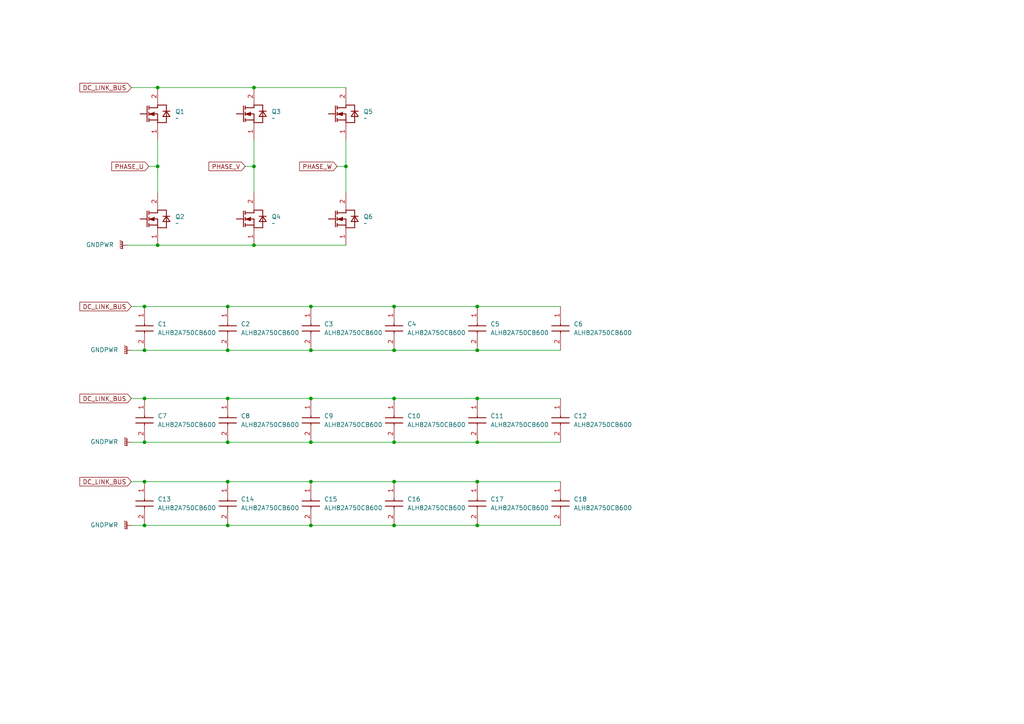
<source format=kicad_sch>
(kicad_sch (version 20250114) (generator "eeschema") (generator_version "9.0")
  (paper "A4")
  (lib_symbols
    (symbol "InverterCom:ALH82A750CB600" (pin_names (hide yes))
      (property "Reference" "C" (at 8.89 6.35 0))
      (property "Value" "ALH82A750CB600" (at 8.89 3.81 0))
      (symbol "ALH82A750CB600_1_1"
        (polyline (pts (xy 5.08 0) (xy 5.588 0)) (stroke (width 0.254)))
        (polyline (pts (xy 5.588 2.54) (xy 5.588 -2.54)) (stroke (width 0.254)))
        (polyline (pts (xy 7.112 2.54) (xy 7.112 -2.54)) (stroke (width 0.254)))
        (polyline (pts (xy 7.112 0) (xy 7.62 0)) (stroke (width 0.254)))
        (pin passive line (at 0 0 0) (length 5.08) (name "1") (number "1"))
        (pin passive line (at 12.7 0 180) (length 5.08) (name "2") (number "2"))
      )
    )
    (symbol "InverterCom:CM600HA-24H_Power"
      (property "Reference" "Q" (at 5.08 6.35 0))
      (symbol "CM600HA-24H_Power_1_0"
        (polyline (pts (xy -5.08 0) (xy -3.048 0)) (stroke (width 0.254)))
        (polyline (pts (xy -3.048 2.286) (xy -3.048 -2.286)) (stroke (width 0.254)))
        (polyline (pts (xy -2.54 2.286) (xy -2.54 1.27)) (stroke (width 0.254)))
        (polyline (pts (xy -2.54 0) (xy -1.016 -0.508) (xy -1.016 0.508)) (stroke (width 0.254)) (fill (type outline)))
        (polyline (pts (xy -2.54 -0.508) (xy -2.54 0.508)) (stroke (width 0.254)))
        (polyline (pts (xy -2.54 -2.286) (xy -2.54 -1.27)) (stroke (width 0.254)))
        (polyline (pts (xy 0 2.54) (xy 2.54 2.54)) (stroke (width 0.254)))
        (polyline (pts (xy 0 1.778) (xy -2.54 1.778)) (stroke (width 0.254)))
        (polyline (pts (xy 0 1.778) (xy 0 2.54)) (stroke (width 0.254)))
        (polyline (pts (xy 0 0) (xy -2.54 0)) (stroke (width 0.254)))
        (polyline (pts (xy 0 0) (xy 0 -2.54)) (stroke (width 0.254)))
        (polyline (pts (xy 0 -1.778) (xy -2.54 -1.778)) (stroke (width 0.254)))
        (polyline (pts (xy 0 -2.54) (xy 2.54 -2.54)) (stroke (width 0.254)))
        (polyline (pts (xy 1.524 0.762) (xy 3.556 0.762)) (stroke (width 0.254)))
        (polyline (pts (xy 1.524 -0.762) (xy 3.556 -0.762)) (stroke (width 0.254)))
        (polyline (pts (xy 2.54 2.54) (xy 2.54 -2.54)) (stroke (width 0.254)))
        (polyline (pts (xy 2.54 0.762) (xy 1.524 -0.762)) (stroke (width 0.254)))
        (polyline (pts (xy 3.556 -0.762) (xy 2.54 0.762)) (stroke (width 0.254)))
        (pin power_in line (at 0 7.62 270) (length 5.08) (name "DRAIN") (number "2"))
        (pin power_out line (at 0 -7.62 90) (length 5.08) (name "POWER_SOURCE_5") (number "1"))
      )
    )
    (symbol "power:GNDPWR" (power) (pin_numbers (hide yes)) (pin_names (offset 0) (hide yes))
      (property "Value" "GNDPWR" (at 0 -3.302 0))
      (symbol "GNDPWR_0_1"
        (polyline (pts (xy -1.016 -1.27) (xy -1.27 -2.032) (xy -1.27 -2.032)) (stroke (width 0.2032)))
        (polyline (pts (xy -0.508 -1.27) (xy -0.762 -2.032) (xy -0.762 -2.032)) (stroke (width 0.2032)))
        (polyline (pts (xy 0 -1.27) (xy 0 0)))
        (polyline (pts (xy 0 -1.27) (xy -0.254 -2.032) (xy -0.254 -2.032)) (stroke (width 0.2032)))
        (polyline (pts (xy 0.508 -1.27) (xy 0.254 -2.032) (xy 0.254 -2.032)) (stroke (width 0.2032)))
        (polyline (pts (xy 1.016 -1.27) (xy -1.016 -1.27) (xy -1.016 -1.27)) (stroke (width 0.2032)))
        (polyline (pts (xy 1.016 -1.27) (xy 0.762 -2.032) (xy 0.762 -2.032) (xy 0.762 -2.032)) (stroke (width 0.2032)))
      )
      (symbol "GNDPWR_1_1"
        (pin power_in line (at 0 0 270) (length 0) (name "~") (number "1"))
      )
    )
  )
  (junction (at 41.91 128.27))
  (junction (at 138.43 115.57))
  (junction (at 73.66 25.4))
  (junction (at 114.3 88.9))
  (junction (at 90.17 88.9))
  (junction (at 45.72 48.26))
  (junction (at 114.3 139.7))
  (junction (at 138.43 152.4))
  (junction (at 66.04 128.27))
  (junction (at 90.17 128.27))
  (junction (at 41.91 152.4))
  (junction (at 90.17 101.6))
  (junction (at 66.04 139.7))
  (junction (at 41.91 101.6))
  (junction (at 41.91 115.57))
  (junction (at 138.43 128.27))
  (junction (at 114.3 128.27))
  (junction (at 66.04 152.4))
  (junction (at 41.91 88.9))
  (junction (at 66.04 88.9))
  (junction (at 45.72 25.4))
  (junction (at 90.17 115.57))
  (junction (at 114.3 101.6))
  (junction (at 90.17 152.4))
  (junction (at 138.43 101.6))
  (junction (at 41.91 139.7))
  (junction (at 90.17 139.7))
  (junction (at 73.66 71.12))
  (junction (at 66.04 115.57))
  (junction (at 66.04 101.6))
  (junction (at 73.66 48.26))
  (junction (at 45.72 71.12))
  (junction (at 138.43 88.9))
  (junction (at 100.33 48.26))
  (junction (at 114.3 115.57))
  (junction (at 138.43 139.7))
  (junction (at 114.3 152.4))
  (wire (pts (xy 66.04 115.57) (xy 90.17 115.57)))
  (wire (pts (xy 114.3 88.9) (xy 138.43 88.9)))
  (wire (pts (xy 45.72 71.12) (xy 73.66 71.12)))
  (wire (pts (xy 114.3 152.4) (xy 138.43 152.4)))
  (wire (pts (xy 38.1 25.4) (xy 45.72 25.4)))
  (wire (pts (xy 41.91 152.4) (xy 66.04 152.4)))
  (wire (pts (xy 41.91 101.6) (xy 66.04 101.6)))
  (wire (pts (xy 41.91 139.7) (xy 66.04 139.7)))
  (wire (pts (xy 38.1 88.9) (xy 41.91 88.9)))
  (wire (pts (xy 66.04 128.27) (xy 90.17 128.27)))
  (wire (pts (xy 45.72 48.26) (xy 45.72 55.88)))
  (wire (pts (xy 41.91 88.9) (xy 66.04 88.9)))
  (wire (pts (xy 114.3 139.7) (xy 138.43 139.7)))
  (wire (pts (xy 45.72 40.64) (xy 45.72 48.26)))
  (wire (pts (xy 73.66 40.64) (xy 73.66 48.26)))
  (wire (pts (xy 90.17 101.6) (xy 114.3 101.6)))
  (wire (pts (xy 97.79 48.26) (xy 100.33 48.26)))
  (wire (pts (xy 71.12 48.26) (xy 73.66 48.26)))
  (wire (pts (xy 41.91 128.27) (xy 66.04 128.27)))
  (wire (pts (xy 114.3 115.57) (xy 138.43 115.57)))
  (wire (pts (xy 41.91 115.57) (xy 66.04 115.57)))
  (wire (pts (xy 66.04 139.7) (xy 90.17 139.7)))
  (wire (pts (xy 90.17 152.4) (xy 114.3 152.4)))
  (wire (pts (xy 100.33 40.64) (xy 100.33 48.26)))
  (wire (pts (xy 114.3 101.6) (xy 138.43 101.6)))
  (wire (pts (xy 138.43 88.9) (xy 162.56 88.9)))
  (wire (pts (xy 45.72 25.4) (xy 73.66 25.4)))
  (wire (pts (xy 38.1 139.7) (xy 41.91 139.7)))
  (wire (pts (xy 38.1 115.57) (xy 41.91 115.57)))
  (wire (pts (xy 66.04 101.6) (xy 90.17 101.6)))
  (wire (pts (xy 38.1 101.6) (xy 41.91 101.6)))
  (wire (pts (xy 114.3 128.27) (xy 138.43 128.27)))
  (wire (pts (xy 138.43 128.27) (xy 162.56 128.27)))
  (wire (pts (xy 73.66 71.12) (xy 100.33 71.12)))
  (wire (pts (xy 138.43 101.6) (xy 162.56 101.6)))
  (wire (pts (xy 138.43 139.7) (xy 162.56 139.7)))
  (wire (pts (xy 138.43 115.57) (xy 162.56 115.57)))
  (wire (pts (xy 43.18 48.26) (xy 45.72 48.26)))
  (wire (pts (xy 73.66 48.26) (xy 73.66 55.88)))
  (wire (pts (xy 66.04 152.4) (xy 90.17 152.4)))
  (wire (pts (xy 138.43 152.4) (xy 162.56 152.4)))
  (wire (pts (xy 66.04 88.9) (xy 90.17 88.9)))
  (wire (pts (xy 38.1 128.27) (xy 41.91 128.27)))
  (wire (pts (xy 36.83 71.12) (xy 45.72 71.12)))
  (wire (pts (xy 73.66 25.4) (xy 100.33 25.4)))
  (wire (pts (xy 90.17 128.27) (xy 114.3 128.27)))
  (wire (pts (xy 90.17 139.7) (xy 114.3 139.7)))
  (wire (pts (xy 90.17 115.57) (xy 114.3 115.57)))
  (wire (pts (xy 100.33 48.26) (xy 100.33 55.88)))
  (wire (pts (xy 90.17 88.9) (xy 114.3 88.9)))
  (wire (pts (xy 38.1 152.4) (xy 41.91 152.4)))
  (global_label "DC_LINK_BUS" (shape input) (at 38.1 115.57 180) (property "Intersheetrefs" "${INTERSHEET_REFS}" (effects (hide yes))))
  (global_label "DC_LINK_BUS" (shape input) (at 38.1 139.7 180) (property "Intersheetrefs" "${INTERSHEET_REFS}" (effects (hide yes))))
  (global_label "PHASE_U" (shape input) (at 43.18 48.26 180) (property "Intersheetrefs" "${INTERSHEET_REFS}" (effects (hide yes))))
  (global_label "DC_LINK_BUS" (shape input) (at 38.1 88.9 180) (property "Intersheetrefs" "${INTERSHEET_REFS}" (effects (hide yes))))
  (global_label "PHASE_V" (shape input) (at 71.12 48.26 180) (property "Intersheetrefs" "${INTERSHEET_REFS}" (effects (hide yes))))
  (global_label "PHASE_W" (shape input) (at 97.79 48.26 180) (property "Intersheetrefs" "${INTERSHEET_REFS}" (effects (hide yes))))
  (global_label "DC_LINK_BUS" (shape input) (at 38.1 25.4 180) (property "Intersheetrefs" "${INTERSHEET_REFS}" (effects (hide yes))))
  (symbol (lib_id "InverterCom:ALH82A750CB600") (at 90.17 139.7 270) (unit 1)
    (property "Reference" "C15" (at 93.98 144.7799 90) (effects (justify left)))
    (property "Value" "ALH82A750CB600" (at 93.98 147.3199 90) (effects (justify left)))
    (property "Footprint" "InverterCom:ALH82A750CB600" (effects (hide yes)))
    (property "Datasheet" "https://search.kemet.com/component-documentation/download/specsheet/ALH82A750CB600" (effects (hide yes)))
    (property "Description" "75 F 600 V Aluminum Electrolytic Capacitors Radial, Can - Snap-In 1.861Ohm @ 100Hz 3000 Hrs @ 105C" (effects (hide yes)))
    (property "Height" "32" (effects (hide yes)))
    (property "Mouser Part Number" "80-ALH82A750CB600" (effects (hide yes)))
    (property "Mouser Price/Stock" "https://www.mouser.co.uk/ProductDetail/KEMET/ALH82A750CB600?qs=IPgv5n7u5QYD2qLIrnuv%2FQ%3D%3D" (effects (hide yes)))
    (property "Manufacturer_Name" "KEMET" (effects (hide yes)))
    (property "Manufacturer_Part_Number" "ALH82A750CB600" (effects (hide yes)))
  )
  (symbol (lib_id "InverterCom:ALH82A750CB600") (at 114.3 88.9 270) (unit 1)
    (property "Reference" "C4" (at 118.11 93.9799 90) (effects (justify left)))
    (property "Value" "ALH82A750CB600" (at 118.11 96.5199 90) (effects (justify left)))
    (property "Footprint" "InverterCom:ALH82A750CB600" (effects (hide yes)))
    (property "Datasheet" "https://search.kemet.com/component-documentation/download/specsheet/ALH82A750CB600" (effects (hide yes)))
    (property "Description" "75 F 600 V Aluminum Electrolytic Capacitors Radial, Can - Snap-In 1.861Ohm @ 100Hz 3000 Hrs @ 105C" (effects (hide yes)))
    (property "Height" "32" (effects (hide yes)))
    (property "Mouser Part Number" "80-ALH82A750CB600" (effects (hide yes)))
    (property "Mouser Price/Stock" "https://www.mouser.co.uk/ProductDetail/KEMET/ALH82A750CB600?qs=IPgv5n7u5QYD2qLIrnuv%2FQ%3D%3D" (effects (hide yes)))
    (property "Manufacturer_Name" "KEMET" (effects (hide yes)))
    (property "Manufacturer_Part_Number" "ALH82A750CB600" (effects (hide yes)))
  )
  (symbol (lib_id "InverterCom:ALH82A750CB600") (at 114.3 139.7 270) (unit 1)
    (property "Reference" "C16" (at 118.11 144.7799 90) (effects (justify left)))
    (property "Value" "ALH82A750CB600" (at 118.11 147.3199 90) (effects (justify left)))
    (property "Footprint" "InverterCom:ALH82A750CB600" (effects (hide yes)))
    (property "Datasheet" "https://search.kemet.com/component-documentation/download/specsheet/ALH82A750CB600" (effects (hide yes)))
    (property "Description" "75 F 600 V Aluminum Electrolytic Capacitors Radial, Can - Snap-In 1.861Ohm @ 100Hz 3000 Hrs @ 105C" (effects (hide yes)))
    (property "Height" "32" (effects (hide yes)))
    (property "Mouser Part Number" "80-ALH82A750CB600" (effects (hide yes)))
    (property "Mouser Price/Stock" "https://www.mouser.co.uk/ProductDetail/KEMET/ALH82A750CB600?qs=IPgv5n7u5QYD2qLIrnuv%2FQ%3D%3D" (effects (hide yes)))
    (property "Manufacturer_Name" "KEMET" (effects (hide yes)))
    (property "Manufacturer_Part_Number" "ALH82A750CB600" (effects (hide yes)))
  )
  (symbol (lib_id "power:GNDPWR") (at 38.1 152.4 270) (unit 1)
    (property "Reference" "#PWR04" (effects (hide yes)))
    (property "Value" "GNDPWR" (at 34.29 152.2729 90) (effects (justify right)))
    (property "Description" "Power symbol creates a global label with name \"GNDPWR\" , global ground" (effects (hide yes)))
  )
  (symbol (lib_id "InverterCom:ALH82A750CB600") (at 138.43 139.7 270) (unit 1)
    (property "Reference" "C17" (at 142.24 144.7799 90) (effects (justify left)))
    (property "Value" "ALH82A750CB600" (at 142.24 147.3199 90) (effects (justify left)))
    (property "Footprint" "InverterCom:ALH82A750CB600" (effects (hide yes)))
    (property "Datasheet" "https://search.kemet.com/component-documentation/download/specsheet/ALH82A750CB600" (effects (hide yes)))
    (property "Description" "75 F 600 V Aluminum Electrolytic Capacitors Radial, Can - Snap-In 1.861Ohm @ 100Hz 3000 Hrs @ 105C" (effects (hide yes)))
    (property "Height" "32" (effects (hide yes)))
    (property "Mouser Part Number" "80-ALH82A750CB600" (effects (hide yes)))
    (property "Mouser Price/Stock" "https://www.mouser.co.uk/ProductDetail/KEMET/ALH82A750CB600?qs=IPgv5n7u5QYD2qLIrnuv%2FQ%3D%3D" (effects (hide yes)))
    (property "Manufacturer_Name" "KEMET" (effects (hide yes)))
    (property "Manufacturer_Part_Number" "ALH82A750CB600" (effects (hide yes)))
  )
  (symbol (lib_id "power:GNDPWR") (at 38.1 128.27 270) (unit 1)
    (property "Reference" "#PWR03" (effects (hide yes)))
    (property "Value" "GNDPWR" (at 34.29 128.1429 90) (effects (justify right)))
    (property "Description" "Power symbol creates a global label with name \"GNDPWR\" , global ground" (effects (hide yes)))
  )
  (symbol (lib_id "InverterCom:ALH82A750CB600") (at 66.04 88.9 270) (unit 1)
    (property "Reference" "C2" (at 69.85 93.9799 90) (effects (justify left)))
    (property "Value" "ALH82A750CB600" (at 69.85 96.5199 90) (effects (justify left)))
    (property "Footprint" "InverterCom:ALH82A750CB600" (effects (hide yes)))
    (property "Datasheet" "https://search.kemet.com/component-documentation/download/specsheet/ALH82A750CB600" (effects (hide yes)))
    (property "Description" "75 F 600 V Aluminum Electrolytic Capacitors Radial, Can - Snap-In 1.861Ohm @ 100Hz 3000 Hrs @ 105C" (effects (hide yes)))
    (property "Height" "32" (effects (hide yes)))
    (property "Mouser Part Number" "80-ALH82A750CB600" (effects (hide yes)))
    (property "Mouser Price/Stock" "https://www.mouser.co.uk/ProductDetail/KEMET/ALH82A750CB600?qs=IPgv5n7u5QYD2qLIrnuv%2FQ%3D%3D" (effects (hide yes)))
    (property "Manufacturer_Name" "KEMET" (effects (hide yes)))
    (property "Manufacturer_Part_Number" "ALH82A750CB600" (effects (hide yes)))
  )
  (symbol (lib_id "InverterCom:ALH82A750CB600") (at 162.56 88.9 270) (unit 1)
    (property "Reference" "C6" (at 166.37 93.9799 90) (effects (justify left)))
    (property "Value" "ALH82A750CB600" (at 166.37 96.5199 90) (effects (justify left)))
    (property "Footprint" "InverterCom:ALH82A750CB600" (effects (hide yes)))
    (property "Datasheet" "https://search.kemet.com/component-documentation/download/specsheet/ALH82A750CB600" (effects (hide yes)))
    (property "Description" "75 F 600 V Aluminum Electrolytic Capacitors Radial, Can - Snap-In 1.861Ohm @ 100Hz 3000 Hrs @ 105C" (effects (hide yes)))
    (property "Height" "32" (effects (hide yes)))
    (property "Mouser Part Number" "80-ALH82A750CB600" (effects (hide yes)))
    (property "Mouser Price/Stock" "https://www.mouser.co.uk/ProductDetail/KEMET/ALH82A750CB600?qs=IPgv5n7u5QYD2qLIrnuv%2FQ%3D%3D" (effects (hide yes)))
    (property "Manufacturer_Name" "KEMET" (effects (hide yes)))
    (property "Manufacturer_Part_Number" "ALH82A750CB600" (effects (hide yes)))
  )
  (symbol (lib_id "InverterCom:CM600HA-24H_Power") (at 45.72 63.5 0) (unit 1)
    (property "Reference" "Q2" (at 50.8 62.8649 0) (effects (justify left)))
    (property "Value" "~" (at 50.8 64.77 0) (effects (justify left)))
    (property "Footprint" "InverterCom:CM600HA-24H-PWR" (effects (hide yes)))
  )
  (symbol (lib_id "InverterCom:ALH82A750CB600") (at 41.91 139.7 270) (unit 1)
    (property "Reference" "C13" (at 45.72 144.7799 90) (effects (justify left)))
    (property "Value" "ALH82A750CB600" (at 45.72 147.3199 90) (effects (justify left)))
    (property "Footprint" "InverterCom:ALH82A750CB600" (effects (hide yes)))
    (property "Datasheet" "https://search.kemet.com/component-documentation/download/specsheet/ALH82A750CB600" (effects (hide yes)))
    (property "Description" "75 F 600 V Aluminum Electrolytic Capacitors Radial, Can - Snap-In 1.861Ohm @ 100Hz 3000 Hrs @ 105C" (effects (hide yes)))
    (property "Height" "32" (effects (hide yes)))
    (property "Mouser Part Number" "80-ALH82A750CB600" (effects (hide yes)))
    (property "Mouser Price/Stock" "https://www.mouser.co.uk/ProductDetail/KEMET/ALH82A750CB600?qs=IPgv5n7u5QYD2qLIrnuv%2FQ%3D%3D" (effects (hide yes)))
    (property "Manufacturer_Name" "KEMET" (effects (hide yes)))
    (property "Manufacturer_Part_Number" "ALH82A750CB600" (effects (hide yes)))
  )
  (symbol (lib_id "InverterCom:CM600HA-24H_Power") (at 100.33 33.02 0) (unit 1)
    (property "Reference" "Q5" (at 105.41 32.3849 0) (effects (justify left)))
    (property "Value" "~" (at 105.41 34.29 0) (effects (justify left)))
    (property "Footprint" "InverterCom:CM600HA-24H-PWR" (effects (hide yes)))
  )
  (symbol (lib_id "InverterCom:ALH82A750CB600") (at 90.17 115.57 270) (unit 1)
    (property "Reference" "C9" (at 93.98 120.6499 90) (effects (justify left)))
    (property "Value" "ALH82A750CB600" (at 93.98 123.1899 90) (effects (justify left)))
    (property "Footprint" "InverterCom:ALH82A750CB600" (effects (hide yes)))
    (property "Datasheet" "https://search.kemet.com/component-documentation/download/specsheet/ALH82A750CB600" (effects (hide yes)))
    (property "Description" "75 F 600 V Aluminum Electrolytic Capacitors Radial, Can - Snap-In 1.861Ohm @ 100Hz 3000 Hrs @ 105C" (effects (hide yes)))
    (property "Height" "32" (effects (hide yes)))
    (property "Mouser Part Number" "80-ALH82A750CB600" (effects (hide yes)))
    (property "Mouser Price/Stock" "https://www.mouser.co.uk/ProductDetail/KEMET/ALH82A750CB600?qs=IPgv5n7u5QYD2qLIrnuv%2FQ%3D%3D" (effects (hide yes)))
    (property "Manufacturer_Name" "KEMET" (effects (hide yes)))
    (property "Manufacturer_Part_Number" "ALH82A750CB600" (effects (hide yes)))
  )
  (symbol (lib_id "InverterCom:CM600HA-24H_Power") (at 100.33 63.5 0) (unit 1)
    (property "Reference" "Q6" (at 105.41 62.8649 0) (effects (justify left)))
    (property "Value" "~" (at 105.41 64.77 0) (effects (justify left)))
    (property "Footprint" "InverterCom:CM600HA-24H-PWR" (effects (hide yes)))
  )
  (symbol (lib_id "InverterCom:ALH82A750CB600") (at 66.04 115.57 270) (unit 1)
    (property "Reference" "C8" (at 69.85 120.6499 90) (effects (justify left)))
    (property "Value" "ALH82A750CB600" (at 69.85 123.1899 90) (effects (justify left)))
    (property "Footprint" "InverterCom:ALH82A750CB600" (effects (hide yes)))
    (property "Datasheet" "https://search.kemet.com/component-documentation/download/specsheet/ALH82A750CB600" (effects (hide yes)))
    (property "Description" "75 F 600 V Aluminum Electrolytic Capacitors Radial, Can - Snap-In 1.861Ohm @ 100Hz 3000 Hrs @ 105C" (effects (hide yes)))
    (property "Height" "32" (effects (hide yes)))
    (property "Mouser Part Number" "80-ALH82A750CB600" (effects (hide yes)))
    (property "Mouser Price/Stock" "https://www.mouser.co.uk/ProductDetail/KEMET/ALH82A750CB600?qs=IPgv5n7u5QYD2qLIrnuv%2FQ%3D%3D" (effects (hide yes)))
    (property "Manufacturer_Name" "KEMET" (effects (hide yes)))
    (property "Manufacturer_Part_Number" "ALH82A750CB600" (effects (hide yes)))
  )
  (symbol (lib_id "InverterCom:ALH82A750CB600") (at 114.3 115.57 270) (unit 1)
    (property "Reference" "C10" (at 118.11 120.6499 90) (effects (justify left)))
    (property "Value" "ALH82A750CB600" (at 118.11 123.1899 90) (effects (justify left)))
    (property "Footprint" "InverterCom:ALH82A750CB600" (effects (hide yes)))
    (property "Datasheet" "https://search.kemet.com/component-documentation/download/specsheet/ALH82A750CB600" (effects (hide yes)))
    (property "Description" "75 F 600 V Aluminum Electrolytic Capacitors Radial, Can - Snap-In 1.861Ohm @ 100Hz 3000 Hrs @ 105C" (effects (hide yes)))
    (property "Height" "32" (effects (hide yes)))
    (property "Mouser Part Number" "80-ALH82A750CB600" (effects (hide yes)))
    (property "Mouser Price/Stock" "https://www.mouser.co.uk/ProductDetail/KEMET/ALH82A750CB600?qs=IPgv5n7u5QYD2qLIrnuv%2FQ%3D%3D" (effects (hide yes)))
    (property "Manufacturer_Name" "KEMET" (effects (hide yes)))
    (property "Manufacturer_Part_Number" "ALH82A750CB600" (effects (hide yes)))
  )
  (symbol (lib_id "InverterCom:ALH82A750CB600") (at 138.43 88.9 270) (unit 1)
    (property "Reference" "C5" (at 142.24 93.9799 90) (effects (justify left)))
    (property "Value" "ALH82A750CB600" (at 142.24 96.5199 90) (effects (justify left)))
    (property "Footprint" "InverterCom:ALH82A750CB600" (effects (hide yes)))
    (property "Datasheet" "https://search.kemet.com/component-documentation/download/specsheet/ALH82A750CB600" (effects (hide yes)))
    (property "Description" "75 F 600 V Aluminum Electrolytic Capacitors Radial, Can - Snap-In 1.861Ohm @ 100Hz 3000 Hrs @ 105C" (effects (hide yes)))
    (property "Height" "32" (effects (hide yes)))
    (property "Mouser Part Number" "80-ALH82A750CB600" (effects (hide yes)))
    (property "Mouser Price/Stock" "https://www.mouser.co.uk/ProductDetail/KEMET/ALH82A750CB600?qs=IPgv5n7u5QYD2qLIrnuv%2FQ%3D%3D" (effects (hide yes)))
    (property "Manufacturer_Name" "KEMET" (effects (hide yes)))
    (property "Manufacturer_Part_Number" "ALH82A750CB600" (effects (hide yes)))
  )
  (symbol (lib_id "InverterCom:ALH82A750CB600") (at 90.17 88.9 270) (unit 1)
    (property "Reference" "C3" (at 93.98 93.9799 90) (effects (justify left)))
    (property "Value" "ALH82A750CB600" (at 93.98 96.5199 90) (effects (justify left)))
    (property "Footprint" "InverterCom:ALH82A750CB600" (effects (hide yes)))
    (property "Datasheet" "https://search.kemet.com/component-documentation/download/specsheet/ALH82A750CB600" (effects (hide yes)))
    (property "Description" "75 F 600 V Aluminum Electrolytic Capacitors Radial, Can - Snap-In 1.861Ohm @ 100Hz 3000 Hrs @ 105C" (effects (hide yes)))
    (property "Height" "32" (effects (hide yes)))
    (property "Mouser Part Number" "80-ALH82A750CB600" (effects (hide yes)))
    (property "Mouser Price/Stock" "https://www.mouser.co.uk/ProductDetail/KEMET/ALH82A750CB600?qs=IPgv5n7u5QYD2qLIrnuv%2FQ%3D%3D" (effects (hide yes)))
    (property "Manufacturer_Name" "KEMET" (effects (hide yes)))
    (property "Manufacturer_Part_Number" "ALH82A750CB600" (effects (hide yes)))
  )
  (symbol (lib_id "InverterCom:ALH82A750CB600") (at 66.04 139.7 270) (unit 1)
    (property "Reference" "C14" (at 69.85 144.7799 90) (effects (justify left)))
    (property "Value" "ALH82A750CB600" (at 69.85 147.3199 90) (effects (justify left)))
    (property "Footprint" "InverterCom:ALH82A750CB600" (effects (hide yes)))
    (property "Datasheet" "https://search.kemet.com/component-documentation/download/specsheet/ALH82A750CB600" (effects (hide yes)))
    (property "Description" "75 F 600 V Aluminum Electrolytic Capacitors Radial, Can - Snap-In 1.861Ohm @ 100Hz 3000 Hrs @ 105C" (effects (hide yes)))
    (property "Height" "32" (effects (hide yes)))
    (property "Mouser Part Number" "80-ALH82A750CB600" (effects (hide yes)))
    (property "Mouser Price/Stock" "https://www.mouser.co.uk/ProductDetail/KEMET/ALH82A750CB600?qs=IPgv5n7u5QYD2qLIrnuv%2FQ%3D%3D" (effects (hide yes)))
    (property "Manufacturer_Name" "KEMET" (effects (hide yes)))
    (property "Manufacturer_Part_Number" "ALH82A750CB600" (effects (hide yes)))
  )
  (symbol (lib_id "InverterCom:ALH82A750CB600") (at 41.91 88.9 270) (unit 1)
    (property "Reference" "C1" (at 45.72 93.9799 90) (effects (justify left)))
    (property "Value" "ALH82A750CB600" (at 45.72 96.5199 90) (effects (justify left)))
    (property "Footprint" "InverterCom:ALH82A750CB600" (effects (hide yes)))
    (property "Datasheet" "https://search.kemet.com/component-documentation/download/specsheet/ALH82A750CB600" (effects (hide yes)))
    (property "Description" "75 F 600 V Aluminum Electrolytic Capacitors Radial, Can - Snap-In 1.861Ohm @ 100Hz 3000 Hrs @ 105C" (effects (hide yes)))
    (property "Height" "32" (effects (hide yes)))
    (property "Mouser Part Number" "80-ALH82A750CB600" (effects (hide yes)))
    (property "Mouser Price/Stock" "https://www.mouser.co.uk/ProductDetail/KEMET/ALH82A750CB600?qs=IPgv5n7u5QYD2qLIrnuv%2FQ%3D%3D" (effects (hide yes)))
    (property "Manufacturer_Name" "KEMET" (effects (hide yes)))
    (property "Manufacturer_Part_Number" "ALH82A750CB600" (effects (hide yes)))
  )
  (symbol (lib_id "power:GNDPWR") (at 38.1 101.6 270) (unit 1)
    (property "Reference" "#PWR02" (effects (hide yes)))
    (property "Value" "GNDPWR" (at 34.29 101.4729 90) (effects (justify right)))
    (property "Description" "Power symbol creates a global label with name \"GNDPWR\" , global ground" (effects (hide yes)))
  )
  (symbol (lib_id "InverterCom:ALH82A750CB600") (at 162.56 139.7 270) (unit 1)
    (property "Reference" "C18" (at 166.37 144.7799 90) (effects (justify left)))
    (property "Value" "ALH82A750CB600" (at 166.37 147.3199 90) (effects (justify left)))
    (property "Footprint" "InverterCom:ALH82A750CB600" (effects (hide yes)))
    (property "Datasheet" "https://search.kemet.com/component-documentation/download/specsheet/ALH82A750CB600" (effects (hide yes)))
    (property "Description" "75 F 600 V Aluminum Electrolytic Capacitors Radial, Can - Snap-In 1.861Ohm @ 100Hz 3000 Hrs @ 105C" (effects (hide yes)))
    (property "Height" "32" (effects (hide yes)))
    (property "Mouser Part Number" "80-ALH82A750CB600" (effects (hide yes)))
    (property "Mouser Price/Stock" "https://www.mouser.co.uk/ProductDetail/KEMET/ALH82A750CB600?qs=IPgv5n7u5QYD2qLIrnuv%2FQ%3D%3D" (effects (hide yes)))
    (property "Manufacturer_Name" "KEMET" (effects (hide yes)))
    (property "Manufacturer_Part_Number" "ALH82A750CB600" (effects (hide yes)))
  )
  (symbol (lib_id "InverterCom:CM600HA-24H_Power") (at 45.72 33.02 0) (unit 1)
    (property "Reference" "Q1" (at 50.8 32.3849 0) (effects (justify left)))
    (property "Value" "~" (at 50.8 34.29 0) (effects (justify left)))
    (property "Footprint" "InverterCom:CM600HA-24H-PWR" (effects (hide yes)))
  )
  (symbol (lib_id "InverterCom:ALH82A750CB600") (at 162.56 115.57 270) (unit 1)
    (property "Reference" "C12" (at 166.37 120.6499 90) (effects (justify left)))
    (property "Value" "ALH82A750CB600" (at 166.37 123.1899 90) (effects (justify left)))
    (property "Footprint" "InverterCom:ALH82A750CB600" (effects (hide yes)))
    (property "Datasheet" "https://search.kemet.com/component-documentation/download/specsheet/ALH82A750CB600" (effects (hide yes)))
    (property "Description" "75 F 600 V Aluminum Electrolytic Capacitors Radial, Can - Snap-In 1.861Ohm @ 100Hz 3000 Hrs @ 105C" (effects (hide yes)))
    (property "Height" "32" (effects (hide yes)))
    (property "Mouser Part Number" "80-ALH82A750CB600" (effects (hide yes)))
    (property "Mouser Price/Stock" "https://www.mouser.co.uk/ProductDetail/KEMET/ALH82A750CB600?qs=IPgv5n7u5QYD2qLIrnuv%2FQ%3D%3D" (effects (hide yes)))
    (property "Manufacturer_Name" "KEMET" (effects (hide yes)))
    (property "Manufacturer_Part_Number" "ALH82A750CB600" (effects (hide yes)))
  )
  (symbol (lib_id "InverterCom:ALH82A750CB600") (at 41.91 115.57 270) (unit 1)
    (property "Reference" "C7" (at 45.72 120.6499 90) (effects (justify left)))
    (property "Value" "ALH82A750CB600" (at 45.72 123.1899 90) (effects (justify left)))
    (property "Footprint" "InverterCom:ALH82A750CB600" (effects (hide yes)))
    (property "Datasheet" "https://search.kemet.com/component-documentation/download/specsheet/ALH82A750CB600" (effects (hide yes)))
    (property "Description" "75 F 600 V Aluminum Electrolytic Capacitors Radial, Can - Snap-In 1.861Ohm @ 100Hz 3000 Hrs @ 105C" (effects (hide yes)))
    (property "Height" "32" (effects (hide yes)))
    (property "Mouser Part Number" "80-ALH82A750CB600" (effects (hide yes)))
    (property "Mouser Price/Stock" "https://www.mouser.co.uk/ProductDetail/KEMET/ALH82A750CB600?qs=IPgv5n7u5QYD2qLIrnuv%2FQ%3D%3D" (effects (hide yes)))
    (property "Manufacturer_Name" "KEMET" (effects (hide yes)))
    (property "Manufacturer_Part_Number" "ALH82A750CB600" (effects (hide yes)))
  )
  (symbol (lib_id "InverterCom:CM600HA-24H_Power") (at 73.66 33.02 0) (unit 1)
    (property "Reference" "Q3" (at 78.74 32.3849 0) (effects (justify left)))
    (property "Value" "~" (at 78.74 34.29 0) (effects (justify left)))
    (property "Footprint" "InverterCom:CM600HA-24H-PWR" (effects (hide yes)))
  )
  (symbol (lib_id "InverterCom:ALH82A750CB600") (at 138.43 115.57 270) (unit 1)
    (property "Reference" "C11" (at 142.24 120.6499 90) (effects (justify left)))
    (property "Value" "ALH82A750CB600" (at 142.24 123.1899 90) (effects (justify left)))
    (property "Footprint" "InverterCom:ALH82A750CB600" (effects (hide yes)))
    (property "Datasheet" "https://search.kemet.com/component-documentation/download/specsheet/ALH82A750CB600" (effects (hide yes)))
    (property "Description" "75 F 600 V Aluminum Electrolytic Capacitors Radial, Can - Snap-In 1.861Ohm @ 100Hz 3000 Hrs @ 105C" (effects (hide yes)))
    (property "Height" "32" (effects (hide yes)))
    (property "Mouser Part Number" "80-ALH82A750CB600" (effects (hide yes)))
    (property "Mouser Price/Stock" "https://www.mouser.co.uk/ProductDetail/KEMET/ALH82A750CB600?qs=IPgv5n7u5QYD2qLIrnuv%2FQ%3D%3D" (effects (hide yes)))
    (property "Manufacturer_Name" "KEMET" (effects (hide yes)))
    (property "Manufacturer_Part_Number" "ALH82A750CB600" (effects (hide yes)))
  )
  (symbol (lib_id "InverterCom:CM600HA-24H_Power") (at 73.66 63.5 0) (unit 1)
    (property "Reference" "Q4" (at 78.74 62.8649 0) (effects (justify left)))
    (property "Value" "~" (at 78.74 64.77 0) (effects (justify left)))
    (property "Footprint" "InverterCom:CM600HA-24H-PWR" (effects (hide yes)))
  )
  (symbol (lib_id "power:GNDPWR") (at 36.83 71.12 270) (unit 1)
    (property "Reference" "#PWR01" (effects (hide yes)))
    (property "Value" "GNDPWR" (at 33.02 70.9929 90) (effects (justify right)))
    (property "Description" "Power symbol creates a global label with name \"GNDPWR\" , global ground" (effects (hide yes)))
  )
)
</source>
